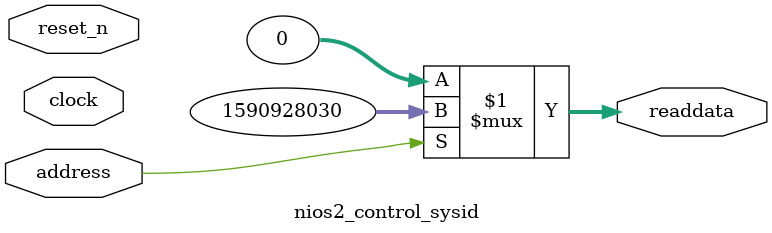
<source format=v>



// synthesis translate_off
`timescale 1ns / 1ps
// synthesis translate_on

// turn off superfluous verilog processor warnings 
// altera message_level Level1 
// altera message_off 10034 10035 10036 10037 10230 10240 10030 

module nios2_control_sysid (
               // inputs:
                address,
                clock,
                reset_n,

               // outputs:
                readdata
             )
;

  output  [ 31: 0] readdata;
  input            address;
  input            clock;
  input            reset_n;

  wire    [ 31: 0] readdata;
  //control_slave, which is an e_avalon_slave
  assign readdata = address ? 1590928030 : 0;

endmodule



</source>
